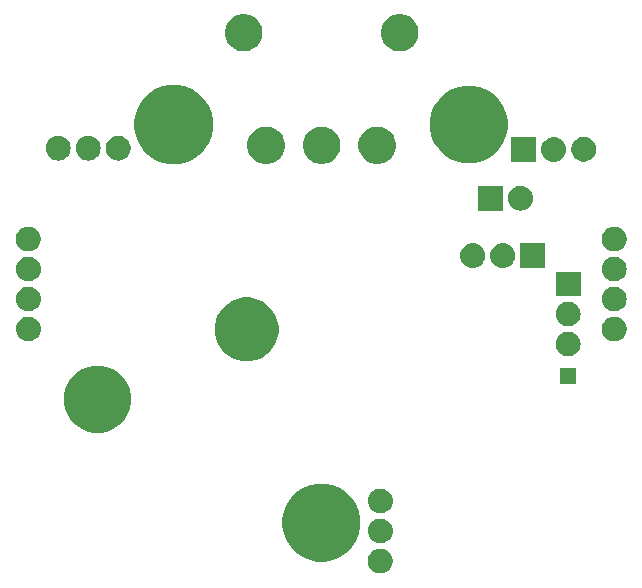
<source format=gbs>
G04 #@! TF.GenerationSoftware,KiCad,Pcbnew,(5.0.0)*
G04 #@! TF.CreationDate,2019-01-09T16:36:43-03:00*
G04 #@! TF.ProjectId,PCB_A,5043425F412E6B696361645F70636200,rev?*
G04 #@! TF.SameCoordinates,Original*
G04 #@! TF.FileFunction,Soldermask,Bot*
G04 #@! TF.FilePolarity,Negative*
%FSLAX46Y46*%
G04 Gerber Fmt 4.6, Leading zero omitted, Abs format (unit mm)*
G04 Created by KiCad (PCBNEW (5.0.0)) date 01/09/19 16:36:43*
%MOMM*%
%LPD*%
G01*
G04 APERTURE LIST*
%ADD10C,0.100000*%
G04 APERTURE END LIST*
D10*
G36*
X5122729Y-22408332D02*
X5303115Y-22444212D01*
X5494203Y-22523364D01*
X5666177Y-22638273D01*
X5812430Y-22784526D01*
X5927339Y-22956500D01*
X6006491Y-23147588D01*
X6046841Y-23350446D01*
X6046841Y-23557278D01*
X6006491Y-23760136D01*
X5927339Y-23951224D01*
X5812430Y-24123198D01*
X5666177Y-24269451D01*
X5494203Y-24384360D01*
X5303115Y-24463512D01*
X5122729Y-24499392D01*
X5100258Y-24503862D01*
X4893424Y-24503862D01*
X4870953Y-24499392D01*
X4690567Y-24463512D01*
X4499479Y-24384360D01*
X4327505Y-24269451D01*
X4181252Y-24123198D01*
X4066343Y-23951224D01*
X3987191Y-23760136D01*
X3946841Y-23557278D01*
X3946841Y-23350446D01*
X3987191Y-23147588D01*
X4066343Y-22956500D01*
X4181252Y-22784526D01*
X4327505Y-22638273D01*
X4499479Y-22523364D01*
X4690567Y-22444212D01*
X4870953Y-22408332D01*
X4893424Y-22403862D01*
X5100258Y-22403862D01*
X5122729Y-22408332D01*
X5122729Y-22408332D01*
G37*
G36*
X962574Y-17026817D02*
X1563135Y-17275577D01*
X2103630Y-17636725D01*
X2563275Y-18096370D01*
X2924423Y-18636865D01*
X3173183Y-19237426D01*
X3300000Y-19874977D01*
X3300000Y-20525023D01*
X3173183Y-21162574D01*
X2924423Y-21763135D01*
X2563275Y-22303630D01*
X2103630Y-22763275D01*
X1563135Y-23124423D01*
X962574Y-23373183D01*
X325023Y-23500000D01*
X-325023Y-23500000D01*
X-962574Y-23373183D01*
X-1563135Y-23124423D01*
X-2103630Y-22763275D01*
X-2563275Y-22303630D01*
X-2924423Y-21763135D01*
X-3173183Y-21162574D01*
X-3300000Y-20525023D01*
X-3300000Y-19874977D01*
X-3173183Y-19237426D01*
X-2924423Y-18636865D01*
X-2563275Y-18096370D01*
X-2103630Y-17636725D01*
X-1563135Y-17275577D01*
X-962574Y-17026817D01*
X-325023Y-16900000D01*
X325023Y-16900000D01*
X962574Y-17026817D01*
X962574Y-17026817D01*
G37*
G36*
X5125548Y-19871458D02*
X5202677Y-19879055D01*
X5334628Y-19919082D01*
X5400604Y-19939095D01*
X5583013Y-20036595D01*
X5742895Y-20167808D01*
X5874108Y-20327690D01*
X5971608Y-20510099D01*
X5971608Y-20510100D01*
X6031648Y-20708026D01*
X6051921Y-20913862D01*
X6031648Y-21119698D01*
X5991621Y-21251649D01*
X5971608Y-21317625D01*
X5874108Y-21500034D01*
X5742895Y-21659916D01*
X5583013Y-21791129D01*
X5400604Y-21888629D01*
X5334628Y-21908642D01*
X5202677Y-21948669D01*
X5125548Y-21956265D01*
X5048421Y-21963862D01*
X4945261Y-21963862D01*
X4868134Y-21956265D01*
X4791005Y-21948669D01*
X4659054Y-21908642D01*
X4593078Y-21888629D01*
X4410669Y-21791129D01*
X4250787Y-21659916D01*
X4119574Y-21500034D01*
X4022074Y-21317625D01*
X4002061Y-21251649D01*
X3962034Y-21119698D01*
X3941761Y-20913862D01*
X3962034Y-20708026D01*
X4022074Y-20510100D01*
X4022074Y-20510099D01*
X4119574Y-20327690D01*
X4250787Y-20167808D01*
X4410669Y-20036595D01*
X4593078Y-19939095D01*
X4659054Y-19919082D01*
X4791005Y-19879055D01*
X4868134Y-19871458D01*
X4945261Y-19863862D01*
X5048421Y-19863862D01*
X5125548Y-19871458D01*
X5125548Y-19871458D01*
G37*
G36*
X5125548Y-17331458D02*
X5202677Y-17339055D01*
X5334628Y-17379082D01*
X5400604Y-17399095D01*
X5583013Y-17496595D01*
X5742895Y-17627808D01*
X5874108Y-17787690D01*
X5971608Y-17970099D01*
X5971608Y-17970100D01*
X6031648Y-18168026D01*
X6051921Y-18373862D01*
X6031648Y-18579698D01*
X5991621Y-18711649D01*
X5971608Y-18777625D01*
X5874108Y-18960034D01*
X5742895Y-19119916D01*
X5583013Y-19251129D01*
X5400604Y-19348629D01*
X5334628Y-19368642D01*
X5202677Y-19408669D01*
X5125548Y-19416266D01*
X5048421Y-19423862D01*
X4945261Y-19423862D01*
X4868134Y-19416266D01*
X4791005Y-19408669D01*
X4659054Y-19368642D01*
X4593078Y-19348629D01*
X4410669Y-19251129D01*
X4250787Y-19119916D01*
X4119574Y-18960034D01*
X4022074Y-18777625D01*
X4002061Y-18711649D01*
X3962034Y-18579698D01*
X3941761Y-18373862D01*
X3962034Y-18168026D01*
X4022074Y-17970100D01*
X4022074Y-17970099D01*
X4119574Y-17787690D01*
X4250787Y-17627808D01*
X4410669Y-17496595D01*
X4593078Y-17399095D01*
X4659054Y-17379082D01*
X4791005Y-17339055D01*
X4868134Y-17331458D01*
X4945261Y-17323862D01*
X5048421Y-17323862D01*
X5125548Y-17331458D01*
X5125548Y-17331458D01*
G37*
G36*
X-18117088Y-7013123D02*
X-17598418Y-7227963D01*
X-17131628Y-7539862D01*
X-16734662Y-7936828D01*
X-16422763Y-8403618D01*
X-16207923Y-8922288D01*
X-16098400Y-9472898D01*
X-16098400Y-10034302D01*
X-16207923Y-10584912D01*
X-16422763Y-11103582D01*
X-16734662Y-11570372D01*
X-17131628Y-11967338D01*
X-17598418Y-12279237D01*
X-18117088Y-12494077D01*
X-18667698Y-12603600D01*
X-19229102Y-12603600D01*
X-19779712Y-12494077D01*
X-20298382Y-12279237D01*
X-20765172Y-11967338D01*
X-21162138Y-11570372D01*
X-21474037Y-11103582D01*
X-21688877Y-10584912D01*
X-21798400Y-10034302D01*
X-21798400Y-9472898D01*
X-21688877Y-8922288D01*
X-21474037Y-8403618D01*
X-21162138Y-7936828D01*
X-20765172Y-7539862D01*
X-20298382Y-7227963D01*
X-19779712Y-7013123D01*
X-19229102Y-6903600D01*
X-18667698Y-6903600D01*
X-18117088Y-7013123D01*
X-18117088Y-7013123D01*
G37*
G36*
X21600000Y-8500000D02*
X20200000Y-8500000D01*
X20200000Y-7100000D01*
X21600000Y-7100000D01*
X21600000Y-8500000D01*
X21600000Y-8500000D01*
G37*
G36*
X-5532440Y-1243759D02*
X-5041072Y-1447290D01*
X-5041070Y-1447291D01*
X-4718638Y-1662733D01*
X-4598847Y-1742775D01*
X-4222775Y-2118847D01*
X-4222773Y-2118850D01*
X-4078903Y-2334166D01*
X-3927290Y-2561072D01*
X-3723759Y-3052440D01*
X-3620000Y-3574072D01*
X-3620000Y-4105928D01*
X-3723759Y-4627560D01*
X-3927290Y-5118928D01*
X-4222775Y-5561153D01*
X-4598847Y-5937225D01*
X-4598850Y-5937227D01*
X-5041070Y-6232709D01*
X-5041071Y-6232710D01*
X-5041072Y-6232710D01*
X-5532440Y-6436241D01*
X-6054072Y-6540000D01*
X-6585928Y-6540000D01*
X-7107560Y-6436241D01*
X-7598928Y-6232710D01*
X-7598929Y-6232710D01*
X-7598930Y-6232709D01*
X-8041150Y-5937227D01*
X-8041153Y-5937225D01*
X-8417225Y-5561153D01*
X-8712710Y-5118928D01*
X-8916241Y-4627560D01*
X-9020000Y-4105928D01*
X-9020000Y-3574072D01*
X-8916241Y-3052440D01*
X-8712710Y-2561072D01*
X-8561096Y-2334166D01*
X-8417227Y-2118850D01*
X-8417225Y-2118847D01*
X-8041153Y-1742775D01*
X-7921362Y-1662733D01*
X-7598930Y-1447291D01*
X-7598928Y-1447290D01*
X-7107560Y-1243759D01*
X-6585928Y-1140000D01*
X-6054072Y-1140000D01*
X-5532440Y-1243759D01*
X-5532440Y-1243759D01*
G37*
G36*
X21028707Y-4037597D02*
X21105836Y-4045193D01*
X21237787Y-4085220D01*
X21303763Y-4105233D01*
X21486172Y-4202733D01*
X21646054Y-4333946D01*
X21777267Y-4493828D01*
X21874767Y-4676237D01*
X21874767Y-4676238D01*
X21934807Y-4874164D01*
X21955080Y-5080000D01*
X21934807Y-5285836D01*
X21894780Y-5417787D01*
X21874767Y-5483763D01*
X21777267Y-5666172D01*
X21646054Y-5826054D01*
X21486172Y-5957267D01*
X21303763Y-6054767D01*
X21237787Y-6074780D01*
X21105836Y-6114807D01*
X21028707Y-6122404D01*
X20951580Y-6130000D01*
X20848420Y-6130000D01*
X20771293Y-6122403D01*
X20694164Y-6114807D01*
X20562213Y-6074780D01*
X20496237Y-6054767D01*
X20313828Y-5957267D01*
X20153946Y-5826054D01*
X20022733Y-5666172D01*
X19925233Y-5483763D01*
X19905220Y-5417787D01*
X19865193Y-5285836D01*
X19844920Y-5080000D01*
X19865193Y-4874164D01*
X19925233Y-4676238D01*
X19925233Y-4676237D01*
X20022733Y-4493828D01*
X20153946Y-4333946D01*
X20313828Y-4202733D01*
X20496237Y-4105233D01*
X20562213Y-4085220D01*
X20694164Y-4045193D01*
X20771293Y-4037597D01*
X20848420Y-4030000D01*
X20951580Y-4030000D01*
X21028707Y-4037597D01*
X21028707Y-4037597D01*
G37*
G36*
X-24671293Y-2767597D02*
X-24594164Y-2775193D01*
X-24462213Y-2815220D01*
X-24396237Y-2835233D01*
X-24213828Y-2932733D01*
X-24053946Y-3063946D01*
X-23922733Y-3223828D01*
X-23825233Y-3406237D01*
X-23825233Y-3406238D01*
X-23765193Y-3604164D01*
X-23744920Y-3810000D01*
X-23765193Y-4015836D01*
X-23805220Y-4147787D01*
X-23825233Y-4213763D01*
X-23922733Y-4396172D01*
X-24053946Y-4556054D01*
X-24213828Y-4687267D01*
X-24396237Y-4784767D01*
X-24462213Y-4804780D01*
X-24594164Y-4844807D01*
X-24671293Y-4852404D01*
X-24748420Y-4860000D01*
X-24851580Y-4860000D01*
X-24928707Y-4852404D01*
X-25005836Y-4844807D01*
X-25137787Y-4804780D01*
X-25203763Y-4784767D01*
X-25386172Y-4687267D01*
X-25546054Y-4556054D01*
X-25677267Y-4396172D01*
X-25774767Y-4213763D01*
X-25794780Y-4147787D01*
X-25834807Y-4015836D01*
X-25855080Y-3810000D01*
X-25834807Y-3604164D01*
X-25774767Y-3406238D01*
X-25774767Y-3406237D01*
X-25677267Y-3223828D01*
X-25546054Y-3063946D01*
X-25386172Y-2932733D01*
X-25203763Y-2835233D01*
X-25137787Y-2815220D01*
X-25005836Y-2775193D01*
X-24928707Y-2767597D01*
X-24851580Y-2760000D01*
X-24748420Y-2760000D01*
X-24671293Y-2767597D01*
X-24671293Y-2767597D01*
G37*
G36*
X24925888Y-2764470D02*
X25106274Y-2800350D01*
X25297362Y-2879502D01*
X25469336Y-2994411D01*
X25615589Y-3140664D01*
X25730498Y-3312638D01*
X25809650Y-3503726D01*
X25850000Y-3706584D01*
X25850000Y-3913416D01*
X25809650Y-4116274D01*
X25730498Y-4307362D01*
X25615589Y-4479336D01*
X25469336Y-4625589D01*
X25297362Y-4740498D01*
X25106274Y-4819650D01*
X24925888Y-4855530D01*
X24903417Y-4860000D01*
X24696583Y-4860000D01*
X24674112Y-4855530D01*
X24493726Y-4819650D01*
X24302638Y-4740498D01*
X24130664Y-4625589D01*
X23984411Y-4479336D01*
X23869502Y-4307362D01*
X23790350Y-4116274D01*
X23750000Y-3913416D01*
X23750000Y-3706584D01*
X23790350Y-3503726D01*
X23869502Y-3312638D01*
X23984411Y-3140664D01*
X24130664Y-2994411D01*
X24302638Y-2879502D01*
X24493726Y-2800350D01*
X24674112Y-2764470D01*
X24696583Y-2760000D01*
X24903417Y-2760000D01*
X24925888Y-2764470D01*
X24925888Y-2764470D01*
G37*
G36*
X21028707Y-1497596D02*
X21105836Y-1505193D01*
X21237787Y-1545220D01*
X21303763Y-1565233D01*
X21486172Y-1662733D01*
X21646054Y-1793946D01*
X21777267Y-1953828D01*
X21874767Y-2136237D01*
X21874767Y-2136238D01*
X21934807Y-2334164D01*
X21955080Y-2540000D01*
X21934807Y-2745836D01*
X21918270Y-2800350D01*
X21874767Y-2943763D01*
X21777267Y-3126172D01*
X21646054Y-3286054D01*
X21486172Y-3417267D01*
X21303763Y-3514767D01*
X21237787Y-3534780D01*
X21105836Y-3574807D01*
X21028707Y-3582404D01*
X20951580Y-3590000D01*
X20848420Y-3590000D01*
X20771293Y-3582404D01*
X20694164Y-3574807D01*
X20562213Y-3534780D01*
X20496237Y-3514767D01*
X20313828Y-3417267D01*
X20153946Y-3286054D01*
X20022733Y-3126172D01*
X19925233Y-2943763D01*
X19881730Y-2800350D01*
X19865193Y-2745836D01*
X19844920Y-2540000D01*
X19865193Y-2334164D01*
X19925233Y-2136238D01*
X19925233Y-2136237D01*
X20022733Y-1953828D01*
X20153946Y-1793946D01*
X20313828Y-1662733D01*
X20496237Y-1565233D01*
X20562213Y-1545220D01*
X20694164Y-1505193D01*
X20771293Y-1497596D01*
X20848420Y-1490000D01*
X20951580Y-1490000D01*
X21028707Y-1497596D01*
X21028707Y-1497596D01*
G37*
G36*
X24928707Y-227597D02*
X25005836Y-235193D01*
X25137787Y-275220D01*
X25203763Y-295233D01*
X25386172Y-392733D01*
X25546054Y-523946D01*
X25677267Y-683828D01*
X25774767Y-866237D01*
X25774767Y-866238D01*
X25834807Y-1064164D01*
X25855080Y-1270000D01*
X25834807Y-1475836D01*
X25807689Y-1565233D01*
X25774767Y-1673763D01*
X25677267Y-1856172D01*
X25546054Y-2016054D01*
X25386172Y-2147267D01*
X25203763Y-2244767D01*
X25137787Y-2264780D01*
X25005836Y-2304807D01*
X24928707Y-2312403D01*
X24851580Y-2320000D01*
X24748420Y-2320000D01*
X24671293Y-2312404D01*
X24594164Y-2304807D01*
X24462213Y-2264780D01*
X24396237Y-2244767D01*
X24213828Y-2147267D01*
X24053946Y-2016054D01*
X23922733Y-1856172D01*
X23825233Y-1673763D01*
X23792311Y-1565233D01*
X23765193Y-1475836D01*
X23744920Y-1270000D01*
X23765193Y-1064164D01*
X23825233Y-866238D01*
X23825233Y-866237D01*
X23922733Y-683828D01*
X24053946Y-523946D01*
X24213828Y-392733D01*
X24396237Y-295233D01*
X24462213Y-275220D01*
X24594164Y-235193D01*
X24671293Y-227597D01*
X24748420Y-220000D01*
X24851580Y-220000D01*
X24928707Y-227597D01*
X24928707Y-227597D01*
G37*
G36*
X-24671293Y-227597D02*
X-24594164Y-235193D01*
X-24462213Y-275220D01*
X-24396237Y-295233D01*
X-24213828Y-392733D01*
X-24053946Y-523946D01*
X-23922733Y-683828D01*
X-23825233Y-866237D01*
X-23825233Y-866238D01*
X-23765193Y-1064164D01*
X-23744920Y-1270000D01*
X-23765193Y-1475836D01*
X-23792311Y-1565233D01*
X-23825233Y-1673763D01*
X-23922733Y-1856172D01*
X-24053946Y-2016054D01*
X-24213828Y-2147267D01*
X-24396237Y-2244767D01*
X-24462213Y-2264780D01*
X-24594164Y-2304807D01*
X-24671293Y-2312404D01*
X-24748420Y-2320000D01*
X-24851580Y-2320000D01*
X-24928707Y-2312403D01*
X-25005836Y-2304807D01*
X-25137787Y-2264780D01*
X-25203763Y-2244767D01*
X-25386172Y-2147267D01*
X-25546054Y-2016054D01*
X-25677267Y-1856172D01*
X-25774767Y-1673763D01*
X-25807689Y-1565233D01*
X-25834807Y-1475836D01*
X-25855080Y-1270000D01*
X-25834807Y-1064164D01*
X-25774767Y-866238D01*
X-25774767Y-866237D01*
X-25677267Y-683828D01*
X-25546054Y-523946D01*
X-25386172Y-392733D01*
X-25203763Y-295233D01*
X-25137787Y-275220D01*
X-25005836Y-235193D01*
X-24928707Y-227597D01*
X-24851580Y-220000D01*
X-24748420Y-220000D01*
X-24671293Y-227597D01*
X-24671293Y-227597D01*
G37*
G36*
X21950000Y-1050000D02*
X19850000Y-1050000D01*
X19850000Y1050000D01*
X21950000Y1050000D01*
X21950000Y-1050000D01*
X21950000Y-1050000D01*
G37*
G36*
X24928707Y2312403D02*
X25005836Y2304807D01*
X25137787Y2264780D01*
X25203763Y2244767D01*
X25386172Y2147267D01*
X25546054Y2016054D01*
X25677267Y1856172D01*
X25774767Y1673763D01*
X25774767Y1673762D01*
X25834807Y1475836D01*
X25855080Y1270000D01*
X25834807Y1064164D01*
X25830510Y1050000D01*
X25774767Y866237D01*
X25677267Y683828D01*
X25546054Y523946D01*
X25386172Y392733D01*
X25203763Y295233D01*
X25137787Y275220D01*
X25005836Y235193D01*
X24928707Y227597D01*
X24851580Y220000D01*
X24748420Y220000D01*
X24671293Y227597D01*
X24594164Y235193D01*
X24462213Y275220D01*
X24396237Y295233D01*
X24213828Y392733D01*
X24053946Y523946D01*
X23922733Y683828D01*
X23825233Y866237D01*
X23769490Y1050000D01*
X23765193Y1064164D01*
X23744920Y1270000D01*
X23765193Y1475836D01*
X23825233Y1673762D01*
X23825233Y1673763D01*
X23922733Y1856172D01*
X24053946Y2016054D01*
X24213828Y2147267D01*
X24396237Y2244767D01*
X24462213Y2264780D01*
X24594164Y2304807D01*
X24671293Y2312404D01*
X24748420Y2320000D01*
X24851580Y2320000D01*
X24928707Y2312403D01*
X24928707Y2312403D01*
G37*
G36*
X-24671293Y2312404D02*
X-24594164Y2304807D01*
X-24462213Y2264780D01*
X-24396237Y2244767D01*
X-24213828Y2147267D01*
X-24053946Y2016054D01*
X-23922733Y1856172D01*
X-23825233Y1673763D01*
X-23825233Y1673762D01*
X-23765193Y1475836D01*
X-23744920Y1270000D01*
X-23765193Y1064164D01*
X-23769490Y1050000D01*
X-23825233Y866237D01*
X-23922733Y683828D01*
X-24053946Y523946D01*
X-24213828Y392733D01*
X-24396237Y295233D01*
X-24462213Y275220D01*
X-24594164Y235193D01*
X-24671293Y227597D01*
X-24748420Y220000D01*
X-24851580Y220000D01*
X-24928707Y227597D01*
X-25005836Y235193D01*
X-25137787Y275220D01*
X-25203763Y295233D01*
X-25386172Y392733D01*
X-25546054Y523946D01*
X-25677267Y683828D01*
X-25774767Y866237D01*
X-25830510Y1050000D01*
X-25834807Y1064164D01*
X-25855080Y1270000D01*
X-25834807Y1475836D01*
X-25774767Y1673762D01*
X-25774767Y1673763D01*
X-25677267Y1856172D01*
X-25546054Y2016054D01*
X-25386172Y2147267D01*
X-25203763Y2244767D01*
X-25137787Y2264780D01*
X-25005836Y2304807D01*
X-24928707Y2312403D01*
X-24851580Y2320000D01*
X-24748420Y2320000D01*
X-24671293Y2312404D01*
X-24671293Y2312404D01*
G37*
G36*
X12948707Y3442403D02*
X13025836Y3434807D01*
X13157787Y3394780D01*
X13223763Y3374767D01*
X13406172Y3277267D01*
X13566054Y3146054D01*
X13697267Y2986172D01*
X13794767Y2803763D01*
X13794767Y2803762D01*
X13854807Y2605836D01*
X13875080Y2400000D01*
X13854807Y2194164D01*
X13840581Y2147267D01*
X13794767Y1996237D01*
X13697267Y1813828D01*
X13566054Y1653946D01*
X13406172Y1522733D01*
X13223763Y1425233D01*
X13157787Y1405220D01*
X13025836Y1365193D01*
X12948707Y1357596D01*
X12871580Y1350000D01*
X12768420Y1350000D01*
X12691293Y1357596D01*
X12614164Y1365193D01*
X12482213Y1405220D01*
X12416237Y1425233D01*
X12233828Y1522733D01*
X12073946Y1653946D01*
X11942733Y1813828D01*
X11845233Y1996237D01*
X11799419Y2147267D01*
X11785193Y2194164D01*
X11764920Y2400000D01*
X11785193Y2605836D01*
X11845233Y2803762D01*
X11845233Y2803763D01*
X11942733Y2986172D01*
X12073946Y3146054D01*
X12233828Y3277267D01*
X12416237Y3374767D01*
X12482213Y3394780D01*
X12614164Y3434807D01*
X12691293Y3442403D01*
X12768420Y3450000D01*
X12871580Y3450000D01*
X12948707Y3442403D01*
X12948707Y3442403D01*
G37*
G36*
X18950000Y1350000D02*
X16850000Y1350000D01*
X16850000Y3450000D01*
X18950000Y3450000D01*
X18950000Y1350000D01*
X18950000Y1350000D01*
G37*
G36*
X15488707Y3442403D02*
X15565836Y3434807D01*
X15697787Y3394780D01*
X15763763Y3374767D01*
X15946172Y3277267D01*
X16106054Y3146054D01*
X16237267Y2986172D01*
X16334767Y2803763D01*
X16334767Y2803762D01*
X16394807Y2605836D01*
X16415080Y2400000D01*
X16394807Y2194164D01*
X16380581Y2147267D01*
X16334767Y1996237D01*
X16237267Y1813828D01*
X16106054Y1653946D01*
X15946172Y1522733D01*
X15763763Y1425233D01*
X15697787Y1405220D01*
X15565836Y1365193D01*
X15488707Y1357596D01*
X15411580Y1350000D01*
X15308420Y1350000D01*
X15231293Y1357596D01*
X15154164Y1365193D01*
X15022213Y1405220D01*
X14956237Y1425233D01*
X14773828Y1522733D01*
X14613946Y1653946D01*
X14482733Y1813828D01*
X14385233Y1996237D01*
X14339419Y2147267D01*
X14325193Y2194164D01*
X14304920Y2400000D01*
X14325193Y2605836D01*
X14385233Y2803762D01*
X14385233Y2803763D01*
X14482733Y2986172D01*
X14613946Y3146054D01*
X14773828Y3277267D01*
X14956237Y3374767D01*
X15022213Y3394780D01*
X15154164Y3434807D01*
X15231293Y3442403D01*
X15308420Y3450000D01*
X15411580Y3450000D01*
X15488707Y3442403D01*
X15488707Y3442403D01*
G37*
G36*
X24925888Y4855530D02*
X25106274Y4819650D01*
X25297362Y4740498D01*
X25469336Y4625589D01*
X25615589Y4479336D01*
X25730498Y4307362D01*
X25809650Y4116274D01*
X25850000Y3913416D01*
X25850000Y3706584D01*
X25809650Y3503726D01*
X25730498Y3312638D01*
X25615589Y3140664D01*
X25469336Y2994411D01*
X25297362Y2879502D01*
X25106274Y2800350D01*
X24925888Y2764470D01*
X24903417Y2760000D01*
X24696583Y2760000D01*
X24674112Y2764470D01*
X24493726Y2800350D01*
X24302638Y2879502D01*
X24130664Y2994411D01*
X23984411Y3140664D01*
X23869502Y3312638D01*
X23790350Y3503726D01*
X23750000Y3706584D01*
X23750000Y3913416D01*
X23790350Y4116274D01*
X23869502Y4307362D01*
X23984411Y4479336D01*
X24130664Y4625589D01*
X24302638Y4740498D01*
X24493726Y4819650D01*
X24674112Y4855530D01*
X24696583Y4860000D01*
X24903417Y4860000D01*
X24925888Y4855530D01*
X24925888Y4855530D01*
G37*
G36*
X-24674112Y4855530D02*
X-24493726Y4819650D01*
X-24302638Y4740498D01*
X-24130664Y4625589D01*
X-23984411Y4479336D01*
X-23869502Y4307362D01*
X-23790350Y4116274D01*
X-23750000Y3913416D01*
X-23750000Y3706584D01*
X-23790350Y3503726D01*
X-23869502Y3312638D01*
X-23984411Y3140664D01*
X-24130664Y2994411D01*
X-24302638Y2879502D01*
X-24493726Y2800350D01*
X-24674112Y2764470D01*
X-24696583Y2760000D01*
X-24903417Y2760000D01*
X-24925888Y2764470D01*
X-25106274Y2800350D01*
X-25297362Y2879502D01*
X-25469336Y2994411D01*
X-25615589Y3140664D01*
X-25730498Y3312638D01*
X-25809650Y3503726D01*
X-25850000Y3706584D01*
X-25850000Y3913416D01*
X-25809650Y4116274D01*
X-25730498Y4307362D01*
X-25615589Y4479336D01*
X-25469336Y4625589D01*
X-25297362Y4740498D01*
X-25106274Y4819650D01*
X-24925888Y4855530D01*
X-24903417Y4860000D01*
X-24696583Y4860000D01*
X-24674112Y4855530D01*
X-24674112Y4855530D01*
G37*
G36*
X15375600Y6214400D02*
X13275600Y6214400D01*
X13275600Y8314400D01*
X15375600Y8314400D01*
X15375600Y6214400D01*
X15375600Y6214400D01*
G37*
G36*
X16994307Y8306804D02*
X17071436Y8299207D01*
X17203387Y8259180D01*
X17269363Y8239167D01*
X17451772Y8141667D01*
X17611654Y8010454D01*
X17742867Y7850572D01*
X17840367Y7668163D01*
X17840367Y7668162D01*
X17900407Y7470236D01*
X17920680Y7264400D01*
X17900407Y7058564D01*
X17860380Y6926613D01*
X17840367Y6860637D01*
X17742867Y6678228D01*
X17611654Y6518346D01*
X17451772Y6387133D01*
X17269363Y6289633D01*
X17203387Y6269620D01*
X17071436Y6229593D01*
X16994307Y6221997D01*
X16917180Y6214400D01*
X16814020Y6214400D01*
X16736893Y6221997D01*
X16659764Y6229593D01*
X16527813Y6269620D01*
X16461837Y6289633D01*
X16279428Y6387133D01*
X16119546Y6518346D01*
X15988333Y6678228D01*
X15890833Y6860637D01*
X15870820Y6926613D01*
X15830793Y7058564D01*
X15810520Y7264400D01*
X15830793Y7470236D01*
X15890833Y7668162D01*
X15890833Y7668163D01*
X15988333Y7850572D01*
X16119546Y8010454D01*
X16279428Y8141667D01*
X16461837Y8239167D01*
X16527813Y8259180D01*
X16659764Y8299207D01*
X16736893Y8306804D01*
X16814020Y8314400D01*
X16917180Y8314400D01*
X16994307Y8306804D01*
X16994307Y8306804D01*
G37*
G36*
X-11522842Y16721262D02*
X-10913181Y16468732D01*
X-10364497Y16102113D01*
X-9897887Y15635503D01*
X-9531268Y15086819D01*
X-9278738Y14477158D01*
X-9150000Y13829948D01*
X-9150000Y13170052D01*
X-9278738Y12522842D01*
X-9531268Y11913181D01*
X-9897887Y11364497D01*
X-10364497Y10897887D01*
X-10913181Y10531268D01*
X-11522842Y10278738D01*
X-12170052Y10150000D01*
X-12829948Y10150000D01*
X-13477158Y10278738D01*
X-14086819Y10531268D01*
X-14635503Y10897887D01*
X-15102113Y11364497D01*
X-15468732Y11913181D01*
X-15721262Y12522842D01*
X-15850000Y13170052D01*
X-15850000Y13829948D01*
X-15721262Y14477158D01*
X-15468732Y15086819D01*
X-15102113Y15635503D01*
X-14635503Y16102113D01*
X-14086819Y16468732D01*
X-13477158Y16721262D01*
X-12829948Y16850000D01*
X-12170052Y16850000D01*
X-11522842Y16721262D01*
X-11522842Y16721262D01*
G37*
G36*
X5193054Y13268094D02*
X5193056Y13268093D01*
X5193057Y13268093D01*
X5299777Y13223888D01*
X5481964Y13148424D01*
X5741975Y12974690D01*
X5963090Y12753575D01*
X6136824Y12493564D01*
X6171234Y12410491D01*
X6251618Y12216427D01*
X6256494Y12204654D01*
X6317500Y11897957D01*
X6317500Y11585243D01*
X6256494Y11278546D01*
X6136824Y10989636D01*
X5963090Y10729625D01*
X5741975Y10508510D01*
X5481964Y10334776D01*
X5346678Y10278739D01*
X5193057Y10215107D01*
X5193056Y10215107D01*
X5193054Y10215106D01*
X4886357Y10154100D01*
X4573643Y10154100D01*
X4266946Y10215106D01*
X4266944Y10215107D01*
X4266943Y10215107D01*
X4113322Y10278739D01*
X3978036Y10334776D01*
X3718025Y10508510D01*
X3496910Y10729625D01*
X3323176Y10989636D01*
X3203506Y11278546D01*
X3142500Y11585243D01*
X3142500Y11897957D01*
X3203506Y12204654D01*
X3208383Y12216427D01*
X3288766Y12410491D01*
X3323176Y12493564D01*
X3496910Y12753575D01*
X3718025Y12974690D01*
X3978036Y13148424D01*
X4160223Y13223888D01*
X4266943Y13268093D01*
X4266944Y13268093D01*
X4266946Y13268094D01*
X4573643Y13329100D01*
X4886357Y13329100D01*
X5193054Y13268094D01*
X5193054Y13268094D01*
G37*
G36*
X-4206946Y13268094D02*
X-4206944Y13268093D01*
X-4206943Y13268093D01*
X-4100223Y13223888D01*
X-3918036Y13148424D01*
X-3658025Y12974690D01*
X-3436910Y12753575D01*
X-3263176Y12493564D01*
X-3228766Y12410491D01*
X-3148382Y12216427D01*
X-3143506Y12204654D01*
X-3082500Y11897957D01*
X-3082500Y11585243D01*
X-3143506Y11278546D01*
X-3263176Y10989636D01*
X-3436910Y10729625D01*
X-3658025Y10508510D01*
X-3918036Y10334776D01*
X-4053322Y10278739D01*
X-4206943Y10215107D01*
X-4206944Y10215107D01*
X-4206946Y10215106D01*
X-4513643Y10154100D01*
X-4826357Y10154100D01*
X-5133054Y10215106D01*
X-5133056Y10215107D01*
X-5133057Y10215107D01*
X-5286678Y10278739D01*
X-5421964Y10334776D01*
X-5681975Y10508510D01*
X-5903090Y10729625D01*
X-6076824Y10989636D01*
X-6196494Y11278546D01*
X-6257500Y11585243D01*
X-6257500Y11897957D01*
X-6196494Y12204654D01*
X-6191617Y12216427D01*
X-6111234Y12410491D01*
X-6076824Y12493564D01*
X-5903090Y12753575D01*
X-5681975Y12974690D01*
X-5421964Y13148424D01*
X-5239777Y13223888D01*
X-5133057Y13268093D01*
X-5133056Y13268093D01*
X-5133054Y13268094D01*
X-4826357Y13329100D01*
X-4513643Y13329100D01*
X-4206946Y13268094D01*
X-4206946Y13268094D01*
G37*
G36*
X493054Y13268094D02*
X493056Y13268093D01*
X493057Y13268093D01*
X599777Y13223888D01*
X781964Y13148424D01*
X1041975Y12974690D01*
X1263090Y12753575D01*
X1436824Y12493564D01*
X1471234Y12410491D01*
X1551618Y12216427D01*
X1556494Y12204654D01*
X1617500Y11897957D01*
X1617500Y11585243D01*
X1556494Y11278546D01*
X1436824Y10989636D01*
X1263090Y10729625D01*
X1041975Y10508510D01*
X781964Y10334776D01*
X646678Y10278739D01*
X493057Y10215107D01*
X493056Y10215107D01*
X493054Y10215106D01*
X186357Y10154100D01*
X-126357Y10154100D01*
X-433054Y10215106D01*
X-433056Y10215107D01*
X-433057Y10215107D01*
X-586678Y10278739D01*
X-721964Y10334776D01*
X-981975Y10508510D01*
X-1203090Y10729625D01*
X-1376824Y10989636D01*
X-1496494Y11278546D01*
X-1557500Y11585243D01*
X-1557500Y11897957D01*
X-1496494Y12204654D01*
X-1491617Y12216427D01*
X-1411234Y12410491D01*
X-1376824Y12493564D01*
X-1203090Y12753575D01*
X-981975Y12974690D01*
X-721964Y13148424D01*
X-539777Y13223888D01*
X-433057Y13268093D01*
X-433056Y13268093D01*
X-433054Y13268094D01*
X-126357Y13329100D01*
X186357Y13329100D01*
X493054Y13268094D01*
X493054Y13268094D01*
G37*
G36*
X13462574Y16673183D02*
X14063135Y16424423D01*
X14603630Y16063275D01*
X15063275Y15603630D01*
X15424423Y15063135D01*
X15673183Y14462574D01*
X15800000Y13825023D01*
X15800000Y13174977D01*
X15673183Y12537426D01*
X15424423Y11936865D01*
X15063275Y11396370D01*
X14603630Y10936725D01*
X14063135Y10575577D01*
X13462574Y10326817D01*
X12825023Y10200000D01*
X12174977Y10200000D01*
X11537426Y10326817D01*
X10936865Y10575577D01*
X10396370Y10936725D01*
X9936725Y11396370D01*
X9575577Y11936865D01*
X9326817Y12537426D01*
X9200000Y13174977D01*
X9200000Y13825023D01*
X9326817Y14462574D01*
X9575577Y15063135D01*
X9936725Y15603630D01*
X10396370Y16063275D01*
X10936865Y16424423D01*
X11537426Y16673183D01*
X12174977Y16800000D01*
X12825023Y16800000D01*
X13462574Y16673183D01*
X13462574Y16673183D01*
G37*
G36*
X19800969Y12443245D02*
X19878098Y12435648D01*
X20010049Y12395621D01*
X20076025Y12375608D01*
X20258434Y12278108D01*
X20418316Y12146895D01*
X20549529Y11987013D01*
X20647029Y11804604D01*
X20647029Y11804603D01*
X20707069Y11606677D01*
X20727342Y11400841D01*
X20707069Y11195005D01*
X20667042Y11063054D01*
X20647029Y10997078D01*
X20549529Y10814669D01*
X20418316Y10654787D01*
X20258434Y10523574D01*
X20076025Y10426074D01*
X20010049Y10406061D01*
X19878098Y10366034D01*
X19800969Y10358437D01*
X19723842Y10350841D01*
X19620682Y10350841D01*
X19543555Y10358437D01*
X19466426Y10366034D01*
X19334475Y10406061D01*
X19268499Y10426074D01*
X19086090Y10523574D01*
X18926208Y10654787D01*
X18794995Y10814669D01*
X18697495Y10997078D01*
X18677482Y11063054D01*
X18637455Y11195005D01*
X18617182Y11400841D01*
X18637455Y11606677D01*
X18697495Y11804603D01*
X18697495Y11804604D01*
X18794995Y11987013D01*
X18926208Y12146895D01*
X19086090Y12278108D01*
X19268499Y12375608D01*
X19334475Y12395621D01*
X19466426Y12435648D01*
X19543555Y12443244D01*
X19620682Y12450841D01*
X19723842Y12450841D01*
X19800969Y12443245D01*
X19800969Y12443245D01*
G37*
G36*
X18182262Y10350841D02*
X16082262Y10350841D01*
X16082262Y12450841D01*
X18182262Y12450841D01*
X18182262Y10350841D01*
X18182262Y10350841D01*
G37*
G36*
X22338150Y12446371D02*
X22518536Y12410491D01*
X22709624Y12331339D01*
X22881598Y12216430D01*
X23027851Y12070177D01*
X23142760Y11898203D01*
X23221912Y11707115D01*
X23262262Y11504257D01*
X23262262Y11297425D01*
X23221912Y11094567D01*
X23142760Y10903479D01*
X23027851Y10731505D01*
X22881598Y10585252D01*
X22709624Y10470343D01*
X22518536Y10391191D01*
X22338150Y10355311D01*
X22315679Y10350841D01*
X22108845Y10350841D01*
X22086374Y10355311D01*
X21905988Y10391191D01*
X21714900Y10470343D01*
X21542926Y10585252D01*
X21396673Y10731505D01*
X21281764Y10903479D01*
X21202612Y11094567D01*
X21162262Y11297425D01*
X21162262Y11504257D01*
X21202612Y11707115D01*
X21281764Y11898203D01*
X21396673Y12070177D01*
X21542926Y12216430D01*
X21714900Y12331339D01*
X21905988Y12410491D01*
X22086374Y12446371D01*
X22108845Y12450841D01*
X22315679Y12450841D01*
X22338150Y12446371D01*
X22338150Y12446371D01*
G37*
G36*
X-19599031Y12543245D02*
X-19521902Y12535648D01*
X-19389951Y12495621D01*
X-19323975Y12475608D01*
X-19141566Y12378108D01*
X-18981684Y12246895D01*
X-18850471Y12087013D01*
X-18752971Y11904604D01*
X-18750955Y11897957D01*
X-18692931Y11706677D01*
X-18672658Y11500841D01*
X-18692931Y11295005D01*
X-18732958Y11163054D01*
X-18752971Y11097078D01*
X-18850471Y10914669D01*
X-18981684Y10754787D01*
X-19141566Y10623574D01*
X-19323975Y10526074D01*
X-19389951Y10506061D01*
X-19521902Y10466034D01*
X-19599031Y10458437D01*
X-19676158Y10450841D01*
X-19779318Y10450841D01*
X-19856445Y10458437D01*
X-19933574Y10466034D01*
X-20065525Y10506061D01*
X-20131501Y10526074D01*
X-20313910Y10623574D01*
X-20473792Y10754787D01*
X-20605005Y10914669D01*
X-20702505Y11097078D01*
X-20722518Y11163054D01*
X-20762545Y11295005D01*
X-20782818Y11500841D01*
X-20762545Y11706677D01*
X-20704521Y11897957D01*
X-20702505Y11904604D01*
X-20605005Y12087013D01*
X-20473792Y12246895D01*
X-20313910Y12378108D01*
X-20131501Y12475608D01*
X-20065525Y12495621D01*
X-19933574Y12535648D01*
X-19856445Y12543245D01*
X-19779318Y12550841D01*
X-19676158Y12550841D01*
X-19599031Y12543245D01*
X-19599031Y12543245D01*
G37*
G36*
X-22139031Y12543245D02*
X-22061902Y12535648D01*
X-21929951Y12495621D01*
X-21863975Y12475608D01*
X-21681566Y12378108D01*
X-21521684Y12246895D01*
X-21390471Y12087013D01*
X-21292971Y11904604D01*
X-21290955Y11897957D01*
X-21232931Y11706677D01*
X-21212658Y11500841D01*
X-21232931Y11295005D01*
X-21272958Y11163054D01*
X-21292971Y11097078D01*
X-21390471Y10914669D01*
X-21521684Y10754787D01*
X-21681566Y10623574D01*
X-21863975Y10526074D01*
X-21929951Y10506061D01*
X-22061902Y10466034D01*
X-22139031Y10458437D01*
X-22216158Y10450841D01*
X-22319318Y10450841D01*
X-22396445Y10458437D01*
X-22473574Y10466034D01*
X-22605525Y10506061D01*
X-22671501Y10526074D01*
X-22853910Y10623574D01*
X-23013792Y10754787D01*
X-23145005Y10914669D01*
X-23242505Y11097078D01*
X-23262518Y11163054D01*
X-23302545Y11295005D01*
X-23322818Y11500841D01*
X-23302545Y11706677D01*
X-23244521Y11897957D01*
X-23242505Y11904604D01*
X-23145005Y12087013D01*
X-23013792Y12246895D01*
X-22853910Y12378108D01*
X-22671501Y12475608D01*
X-22605525Y12495621D01*
X-22473574Y12535648D01*
X-22396445Y12543245D01*
X-22319318Y12550841D01*
X-22216158Y12550841D01*
X-22139031Y12543245D01*
X-22139031Y12543245D01*
G37*
G36*
X-17061850Y12546371D02*
X-16881464Y12510491D01*
X-16690376Y12431339D01*
X-16518402Y12316430D01*
X-16372149Y12170177D01*
X-16257240Y11998203D01*
X-16178088Y11807115D01*
X-16137738Y11604257D01*
X-16137738Y11397425D01*
X-16178088Y11194567D01*
X-16257240Y11003479D01*
X-16372149Y10831505D01*
X-16518402Y10685252D01*
X-16690376Y10570343D01*
X-16881464Y10491191D01*
X-17061850Y10455311D01*
X-17084321Y10450841D01*
X-17291155Y10450841D01*
X-17313626Y10455311D01*
X-17494012Y10491191D01*
X-17685100Y10570343D01*
X-17857074Y10685252D01*
X-18003327Y10831505D01*
X-18118236Y11003479D01*
X-18197388Y11194567D01*
X-18237738Y11397425D01*
X-18237738Y11604257D01*
X-18197388Y11807115D01*
X-18118236Y11998203D01*
X-18003327Y12170177D01*
X-17857074Y12316430D01*
X-17685100Y12431339D01*
X-17494012Y12510491D01*
X-17313626Y12546371D01*
X-17291155Y12550841D01*
X-17084321Y12550841D01*
X-17061850Y12546371D01*
X-17061850Y12546371D01*
G37*
G36*
X7098054Y22798094D02*
X7098056Y22798093D01*
X7098057Y22798093D01*
X7204777Y22753888D01*
X7386964Y22678424D01*
X7646975Y22504690D01*
X7868090Y22283575D01*
X8041824Y22023564D01*
X8161494Y21734654D01*
X8222500Y21427957D01*
X8222500Y21115243D01*
X8161494Y20808546D01*
X8041824Y20519636D01*
X7868090Y20259625D01*
X7646975Y20038510D01*
X7386964Y19864776D01*
X7204777Y19789312D01*
X7098057Y19745107D01*
X7098056Y19745107D01*
X7098054Y19745106D01*
X6791357Y19684100D01*
X6478643Y19684100D01*
X6171946Y19745106D01*
X6171944Y19745107D01*
X6171943Y19745107D01*
X6065223Y19789312D01*
X5883036Y19864776D01*
X5623025Y20038510D01*
X5401910Y20259625D01*
X5228176Y20519636D01*
X5108506Y20808546D01*
X5047500Y21115243D01*
X5047500Y21427957D01*
X5108506Y21734654D01*
X5228176Y22023564D01*
X5401910Y22283575D01*
X5623025Y22504690D01*
X5883036Y22678424D01*
X6065223Y22753888D01*
X6171943Y22798093D01*
X6171944Y22798093D01*
X6171946Y22798094D01*
X6478643Y22859100D01*
X6791357Y22859100D01*
X7098054Y22798094D01*
X7098054Y22798094D01*
G37*
G36*
X-6111946Y22798094D02*
X-6111944Y22798093D01*
X-6111943Y22798093D01*
X-6005223Y22753888D01*
X-5823036Y22678424D01*
X-5563025Y22504690D01*
X-5341910Y22283575D01*
X-5168176Y22023564D01*
X-5048506Y21734654D01*
X-4987500Y21427957D01*
X-4987500Y21115243D01*
X-5048506Y20808546D01*
X-5168176Y20519636D01*
X-5341910Y20259625D01*
X-5563025Y20038510D01*
X-5823036Y19864776D01*
X-6005223Y19789312D01*
X-6111943Y19745107D01*
X-6111944Y19745107D01*
X-6111946Y19745106D01*
X-6418643Y19684100D01*
X-6731357Y19684100D01*
X-7038054Y19745106D01*
X-7038056Y19745107D01*
X-7038057Y19745107D01*
X-7144777Y19789312D01*
X-7326964Y19864776D01*
X-7586975Y20038510D01*
X-7808090Y20259625D01*
X-7981824Y20519636D01*
X-8101494Y20808546D01*
X-8162500Y21115243D01*
X-8162500Y21427957D01*
X-8101494Y21734654D01*
X-7981824Y22023564D01*
X-7808090Y22283575D01*
X-7586975Y22504690D01*
X-7326964Y22678424D01*
X-7144777Y22753888D01*
X-7038057Y22798093D01*
X-7038056Y22798093D01*
X-7038054Y22798094D01*
X-6731357Y22859100D01*
X-6418643Y22859100D01*
X-6111946Y22798094D01*
X-6111946Y22798094D01*
G37*
M02*

</source>
